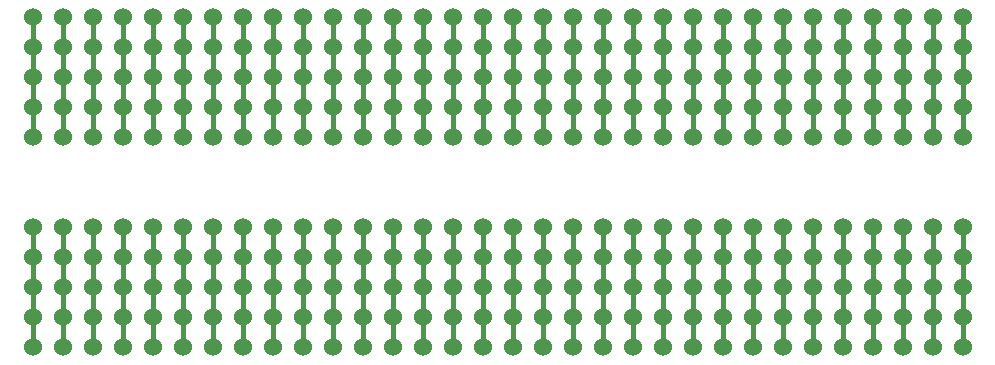
<source format=gbr>
%TF.GenerationSoftware,KiCad,Pcbnew,5.1.9-73d0e3b20d~88~ubuntu20.04.1*%
%TF.CreationDate,2021-01-27T17:21:08-06:00*%
%TF.ProjectId,ProtoPCBs,50726f74-6f50-4434-9273-2e6b69636164,rev?*%
%TF.SameCoordinates,Original*%
%TF.FileFunction,Copper,L1,Top*%
%TF.FilePolarity,Positive*%
%FSLAX46Y46*%
G04 Gerber Fmt 4.6, Leading zero omitted, Abs format (unit mm)*
G04 Created by KiCad (PCBNEW 5.1.9-73d0e3b20d~88~ubuntu20.04.1) date 2021-01-27 17:21:08*
%MOMM*%
%LPD*%
G01*
G04 APERTURE LIST*
%TA.AperFunction,ComponentPad*%
%ADD10C,1.524000*%
%TD*%
%TA.AperFunction,Conductor*%
%ADD11C,0.406400*%
%TD*%
G04 APERTURE END LIST*
D10*
%TO.P,REF\u002A\u002A,1*%
%TO.N,N/C*%
X152400000Y-83820000D03*
X152400000Y-93980000D03*
X162560000Y-86360000D03*
X215900000Y-83820000D03*
X223520000Y-91440000D03*
X223520000Y-93980000D03*
X220980000Y-91440000D03*
X220980000Y-93980000D03*
X187960000Y-93980000D03*
X187960000Y-88900000D03*
X185420000Y-83820000D03*
X175260000Y-93980000D03*
X195580000Y-91440000D03*
X200660000Y-88900000D03*
X215900000Y-91440000D03*
X220980000Y-88900000D03*
X223520000Y-88900000D03*
X203200000Y-88900000D03*
X165100000Y-86360000D03*
X172720000Y-88900000D03*
X210820000Y-88900000D03*
X182880000Y-83820000D03*
X190500000Y-91440000D03*
X152400000Y-86360000D03*
X172720000Y-86360000D03*
X172720000Y-93980000D03*
X193040000Y-86360000D03*
X193040000Y-93980000D03*
X180340000Y-91440000D03*
X180340000Y-93980000D03*
X165100000Y-83820000D03*
X180340000Y-86360000D03*
X154940000Y-93980000D03*
X157480000Y-88900000D03*
X218440000Y-91440000D03*
X218440000Y-88900000D03*
X218440000Y-86360000D03*
X231140000Y-93980000D03*
X220980000Y-86360000D03*
X226060000Y-88900000D03*
X185420000Y-88900000D03*
X172720000Y-91440000D03*
X190500000Y-86360000D03*
X215900000Y-93980000D03*
X213360000Y-88900000D03*
X223520000Y-86360000D03*
X213360000Y-91440000D03*
X231140000Y-86360000D03*
X218440000Y-93980000D03*
X208280000Y-93980000D03*
X177800000Y-86360000D03*
X167640000Y-91440000D03*
X190500000Y-93980000D03*
X182880000Y-91440000D03*
X182880000Y-93980000D03*
X177800000Y-93980000D03*
X162560000Y-88900000D03*
X228600000Y-86360000D03*
X226060000Y-86360000D03*
X223520000Y-83820000D03*
X231140000Y-91440000D03*
X226060000Y-93980000D03*
X226060000Y-91440000D03*
X208280000Y-83820000D03*
X195580000Y-88900000D03*
X160020000Y-88900000D03*
X167640000Y-83820000D03*
X175260000Y-83820000D03*
X177800000Y-91440000D03*
X177800000Y-88900000D03*
X187960000Y-91440000D03*
X180340000Y-83820000D03*
X175260000Y-91440000D03*
X160020000Y-91440000D03*
X180340000Y-88900000D03*
X187960000Y-83820000D03*
X195580000Y-93980000D03*
X193040000Y-88900000D03*
X160020000Y-93980000D03*
X203200000Y-86360000D03*
X193040000Y-91440000D03*
X210820000Y-86360000D03*
X175260000Y-88900000D03*
X190500000Y-83820000D03*
X167640000Y-93980000D03*
X167640000Y-88900000D03*
X231140000Y-88900000D03*
X213360000Y-86360000D03*
X213360000Y-93980000D03*
X228600000Y-93980000D03*
X228600000Y-83820000D03*
X215900000Y-88900000D03*
X162560000Y-83820000D03*
X198120000Y-93980000D03*
X195580000Y-83820000D03*
X170180000Y-91440000D03*
X231140000Y-83820000D03*
X215900000Y-86360000D03*
X228600000Y-91440000D03*
X220980000Y-83820000D03*
X218440000Y-83820000D03*
X160020000Y-83820000D03*
X175260000Y-86360000D03*
X154940000Y-91440000D03*
X165100000Y-91440000D03*
X203200000Y-91440000D03*
X203200000Y-93980000D03*
X200660000Y-91440000D03*
X200660000Y-93980000D03*
X208280000Y-86360000D03*
X226060000Y-83820000D03*
X182880000Y-86360000D03*
X185420000Y-86360000D03*
X205740000Y-86360000D03*
X203200000Y-83820000D03*
X210820000Y-91440000D03*
X205740000Y-93980000D03*
X205740000Y-91440000D03*
X172720000Y-83820000D03*
X187960000Y-86360000D03*
X185420000Y-93980000D03*
X157480000Y-83820000D03*
X198120000Y-91440000D03*
X198120000Y-88900000D03*
X198120000Y-86360000D03*
X210820000Y-93980000D03*
X154940000Y-88900000D03*
X170180000Y-83820000D03*
X152400000Y-91440000D03*
X170180000Y-86360000D03*
X200660000Y-86360000D03*
X205740000Y-88900000D03*
X190500000Y-88900000D03*
X167640000Y-86360000D03*
X213360000Y-83820000D03*
X228600000Y-88900000D03*
X210820000Y-83820000D03*
X195580000Y-86360000D03*
X208280000Y-91440000D03*
X200660000Y-83820000D03*
X182880000Y-88900000D03*
X165100000Y-93980000D03*
X165100000Y-88900000D03*
X154940000Y-86360000D03*
X157480000Y-93980000D03*
X170180000Y-93980000D03*
X198120000Y-83820000D03*
X193040000Y-83820000D03*
X208280000Y-88900000D03*
X205740000Y-83820000D03*
X170180000Y-88900000D03*
X185420000Y-91440000D03*
X177800000Y-83820000D03*
X162560000Y-93980000D03*
X152400000Y-88900000D03*
X157480000Y-86360000D03*
X160020000Y-86360000D03*
X154940000Y-83820000D03*
X157480000Y-91440000D03*
X162560000Y-91440000D03*
X215900000Y-73660000D03*
X220980000Y-71120000D03*
X223520000Y-71120000D03*
X231140000Y-71120000D03*
X213360000Y-68580000D03*
X213360000Y-76200000D03*
X228600000Y-76200000D03*
X228600000Y-66040000D03*
X215900000Y-71120000D03*
X215900000Y-76200000D03*
X213360000Y-71120000D03*
X223520000Y-68580000D03*
X213360000Y-73660000D03*
X231140000Y-68580000D03*
X218440000Y-76200000D03*
X215900000Y-66040000D03*
X223520000Y-73660000D03*
X223520000Y-76200000D03*
X220980000Y-73660000D03*
X220980000Y-76200000D03*
X228600000Y-68580000D03*
X226060000Y-68580000D03*
X223520000Y-66040000D03*
X231140000Y-73660000D03*
X226060000Y-76200000D03*
X226060000Y-73660000D03*
X218440000Y-73660000D03*
X218440000Y-71120000D03*
X218440000Y-68580000D03*
X231140000Y-76200000D03*
X220980000Y-68580000D03*
X226060000Y-71120000D03*
X231140000Y-66040000D03*
X215900000Y-68580000D03*
X228600000Y-73660000D03*
X220980000Y-66040000D03*
X218440000Y-66040000D03*
X213360000Y-66040000D03*
X228600000Y-71120000D03*
X226060000Y-66040000D03*
X208280000Y-76200000D03*
X208280000Y-71120000D03*
X205740000Y-66040000D03*
X195580000Y-76200000D03*
X193040000Y-71120000D03*
X203200000Y-66040000D03*
X210820000Y-73660000D03*
X193040000Y-68580000D03*
X193040000Y-76200000D03*
X200660000Y-73660000D03*
X200660000Y-76200000D03*
X200660000Y-68580000D03*
X205740000Y-71120000D03*
X193040000Y-73660000D03*
X210820000Y-68580000D03*
X198120000Y-68580000D03*
X210820000Y-76200000D03*
X203200000Y-73660000D03*
X203200000Y-76200000D03*
X198120000Y-76200000D03*
X195580000Y-66040000D03*
X198120000Y-73660000D03*
X198120000Y-71120000D03*
X208280000Y-73660000D03*
X200660000Y-66040000D03*
X195580000Y-73660000D03*
X200660000Y-71120000D03*
X208280000Y-66040000D03*
X195580000Y-71120000D03*
X210820000Y-66040000D03*
X195580000Y-68580000D03*
X203200000Y-68580000D03*
X205740000Y-68580000D03*
X193040000Y-66040000D03*
X208280000Y-68580000D03*
X205740000Y-76200000D03*
X210820000Y-71120000D03*
X203200000Y-71120000D03*
X205740000Y-73660000D03*
X198120000Y-66040000D03*
X172720000Y-66040000D03*
X172720000Y-76200000D03*
X182880000Y-68580000D03*
X185420000Y-68580000D03*
X172720000Y-68580000D03*
X185420000Y-66040000D03*
X175260000Y-76200000D03*
X177800000Y-71120000D03*
X187960000Y-73660000D03*
X182880000Y-71120000D03*
X180340000Y-71120000D03*
X187960000Y-66040000D03*
X180340000Y-73660000D03*
X180340000Y-76200000D03*
X187960000Y-76200000D03*
X187960000Y-71120000D03*
X182880000Y-66040000D03*
X190500000Y-73660000D03*
X180340000Y-66040000D03*
X175260000Y-73660000D03*
X185420000Y-73660000D03*
X177800000Y-66040000D03*
X175260000Y-71120000D03*
X190500000Y-66040000D03*
X172720000Y-73660000D03*
X190500000Y-68580000D03*
X187960000Y-68580000D03*
X185420000Y-76200000D03*
X185420000Y-71120000D03*
X175260000Y-68580000D03*
X177800000Y-76200000D03*
X190500000Y-76200000D03*
X190500000Y-71120000D03*
X182880000Y-76200000D03*
X172720000Y-71120000D03*
X177800000Y-68580000D03*
X180340000Y-68580000D03*
X175260000Y-66040000D03*
X177800000Y-73660000D03*
X182880000Y-73660000D03*
X170180000Y-73660000D03*
X170180000Y-66040000D03*
X170180000Y-76200000D03*
X170180000Y-71120000D03*
X170180000Y-68580000D03*
X167640000Y-68580000D03*
X167640000Y-66040000D03*
X167640000Y-73660000D03*
X167640000Y-76200000D03*
X167640000Y-71120000D03*
X165100000Y-68580000D03*
X165100000Y-71120000D03*
X165100000Y-66040000D03*
X165100000Y-76200000D03*
X165100000Y-73660000D03*
X162560000Y-71120000D03*
X162560000Y-73660000D03*
X162560000Y-76200000D03*
X162560000Y-66040000D03*
X162560000Y-68580000D03*
X160020000Y-71120000D03*
X160020000Y-66040000D03*
X160020000Y-76200000D03*
X160020000Y-68580000D03*
X160020000Y-73660000D03*
X157480000Y-76200000D03*
X157480000Y-73660000D03*
X157480000Y-71120000D03*
X157480000Y-68580000D03*
X157480000Y-66040000D03*
X154940000Y-66040000D03*
X154940000Y-76200000D03*
X154940000Y-68580000D03*
X154940000Y-73660000D03*
X154940000Y-71120000D03*
X152400000Y-76200000D03*
X152400000Y-73660000D03*
X152400000Y-71120000D03*
X152400000Y-68580000D03*
X152400000Y-66040000D03*
%TD*%
D11*
%TO.N,*%
X167640000Y-66040000D02*
X167640000Y-76200000D01*
X160020000Y-66040000D02*
X160020000Y-76200000D01*
X170180000Y-66040000D02*
X170180000Y-76200000D01*
X165100000Y-66040000D02*
X165100000Y-76200000D01*
X157480000Y-66040000D02*
X157480000Y-76200000D01*
X154940000Y-66040000D02*
X154940000Y-76200000D01*
X162560000Y-66040000D02*
X162560000Y-76200000D01*
X152400000Y-66040000D02*
X152400000Y-76200000D01*
X177800000Y-66040000D02*
X177800000Y-76200000D01*
X180340000Y-66040000D02*
X180340000Y-76200000D01*
X187960000Y-66040000D02*
X187960000Y-76200000D01*
X172720000Y-66040000D02*
X172720000Y-76200000D01*
X190500000Y-66040000D02*
X190500000Y-76200000D01*
X182880000Y-66040000D02*
X182880000Y-76200000D01*
X185420000Y-66040000D02*
X185420000Y-76200000D01*
X175260000Y-66040000D02*
X175260000Y-76200000D01*
X203200000Y-66040000D02*
X203200000Y-76200000D01*
X193040000Y-66040000D02*
X193040000Y-76200000D01*
X200660000Y-66040000D02*
X200660000Y-76200000D01*
X205740000Y-66040000D02*
X205740000Y-76200000D01*
X195580000Y-66040000D02*
X195580000Y-76200000D01*
X208280000Y-66040000D02*
X208280000Y-76200000D01*
X198120000Y-66040000D02*
X198120000Y-76200000D01*
X210820000Y-66040000D02*
X210820000Y-76200000D01*
X215900000Y-66040000D02*
X215900000Y-76200000D01*
X218440000Y-66040000D02*
X218440000Y-76200000D01*
X220980000Y-66040000D02*
X220980000Y-76200000D01*
X228600000Y-66040000D02*
X228600000Y-76200000D01*
X223520000Y-66040000D02*
X223520000Y-76200000D01*
X213360000Y-66040000D02*
X213360000Y-76200000D01*
X231140000Y-66040000D02*
X231140000Y-76200000D01*
X226060000Y-66040000D02*
X226060000Y-76200000D01*
X157480000Y-83820000D02*
X157480000Y-93980000D01*
X195580000Y-83820000D02*
X195580000Y-93980000D01*
X213360000Y-83820000D02*
X213360000Y-93980000D01*
X182880000Y-83820000D02*
X182880000Y-93980000D01*
X172720000Y-83820000D02*
X172720000Y-93980000D01*
X220980000Y-83820000D02*
X220980000Y-93980000D01*
X180340000Y-83820000D02*
X180340000Y-93980000D01*
X160020000Y-83820000D02*
X160020000Y-93980000D01*
X228600000Y-83820000D02*
X228600000Y-93980000D01*
X167640000Y-83820000D02*
X167640000Y-93980000D01*
X198120000Y-83820000D02*
X198120000Y-93980000D01*
X218440000Y-83820000D02*
X218440000Y-93980000D01*
X200660000Y-83820000D02*
X200660000Y-93980000D01*
X208280000Y-83820000D02*
X208280000Y-93980000D01*
X185420000Y-83820000D02*
X185420000Y-93980000D01*
X175260000Y-83820000D02*
X175260000Y-93980000D01*
X152400000Y-83820000D02*
X152400000Y-93980000D01*
X187960000Y-83820000D02*
X187960000Y-93980000D01*
X170180000Y-83820000D02*
X170180000Y-93980000D01*
X203200000Y-83820000D02*
X203200000Y-93980000D01*
X177800000Y-83820000D02*
X177800000Y-93980000D01*
X162560000Y-83820000D02*
X162560000Y-93980000D01*
X231140000Y-83820000D02*
X231140000Y-93980000D01*
X190500000Y-83820000D02*
X190500000Y-93980000D01*
X165100000Y-83820000D02*
X165100000Y-93980000D01*
X226060000Y-83820000D02*
X226060000Y-93980000D01*
X193040000Y-83820000D02*
X193040000Y-93980000D01*
X210820000Y-83820000D02*
X210820000Y-93980000D01*
X205740000Y-83820000D02*
X205740000Y-93980000D01*
X154940000Y-83820000D02*
X154940000Y-93980000D01*
X223520000Y-83820000D02*
X223520000Y-93980000D01*
X215900000Y-83820000D02*
X215900000Y-93980000D01*
%TD*%
M02*

</source>
